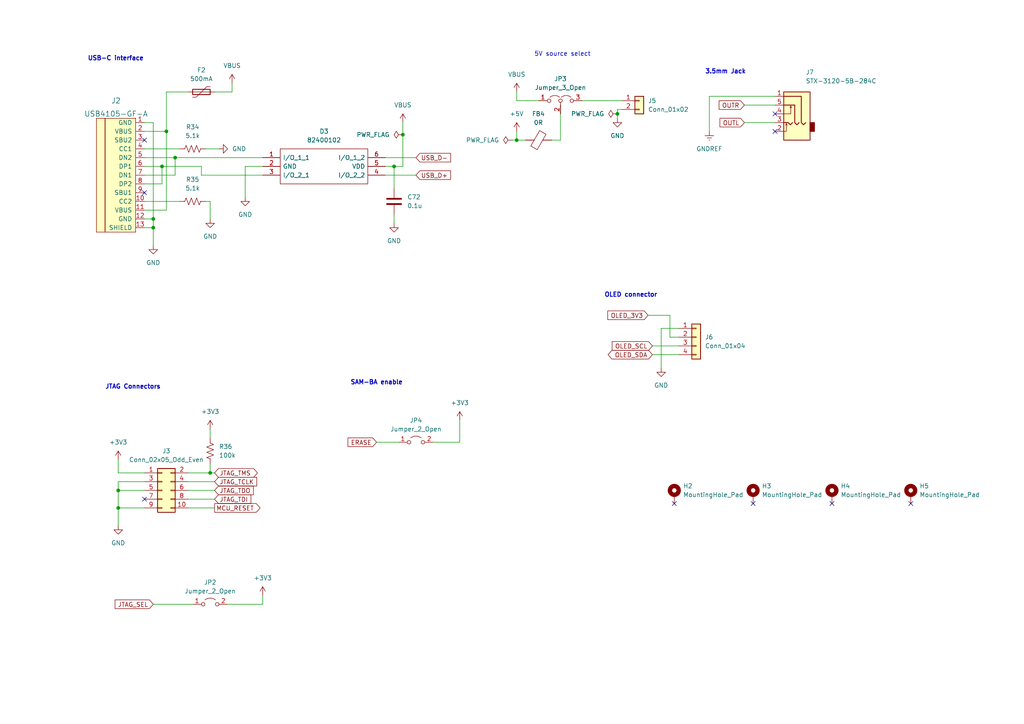
<source format=kicad_sch>
(kicad_sch (version 20211123) (generator eeschema)
  (paper "A4")
  (lib_symbols
    (symbol "Connector:AudioJack3_SwitchTR"
      (property "Reference" "J7" (at -3.81 9.5251 0))
      (property "Value" "STX-3120-5B-284C" (at -3.81 6.9851 0))
      (symbol "AudioJack3_SwitchTR_0_1"
        (rectangle (start -5.08 -5.08) (end -6.35 -7.62) (stroke (width 0.254)) (fill (type outline)))
        (polyline (pts (xy 0.508 -0.254) (xy 0.762 -0.762)))
        (polyline (pts (xy 1.778 -5.334) (xy 2.032 -5.842)))
        (polyline (pts (xy 0 -5.08) (xy 0.635 -5.715) (xy 1.27 -5.08) (xy 2.54 -5.08)) (stroke (width 0.254)))
        (polyline (pts (xy 2.54 -7.62) (xy 1.778 -7.62) (xy 1.778 -5.334) (xy 1.524 -5.842)))
        (polyline (pts (xy 2.54 -2.54) (xy 0.508 -2.54) (xy 0.508 -0.254) (xy 0.254 -0.762)))
        (polyline (pts (xy -1.905 -5.08) (xy -1.27 -5.715) (xy -0.635 -5.08) (xy -0.635 0) (xy 2.54 0)) (stroke (width 0.254)))
        (polyline (pts (xy 2.54 2.54) (xy -2.54 2.54) (xy -2.54 -5.08) (xy -3.175 -5.715) (xy -3.81 -5.08)) (stroke (width 0.254)))
        (rectangle (start 2.54 3.81) (end -5.08 -10.16) (stroke (width 0.254)) (fill (type background)))
      )
      (symbol "AudioJack3_SwitchTR_1_1"
        (pin passive line (at 5.08 2.54 180) (length 2.54) (name "~") (number "1"))
        (pin passive line (at 5.08 -7.62 180) (length 2.54) (name "~") (number "2"))
        (pin passive line (at 5.08 -5.08 180) (length 2.54) (name "~") (number "3"))
        (pin passive line (at 5.08 -2.54 180) (length 2.54) (name "~") (number "4"))
        (pin passive line (at 5.08 0 180) (length 2.54) (name "~") (number "5"))
      )
    )
    (symbol "Connector_Generic:Conn_01x02" (pin_names (offset 1.016) hide)
      (property "Reference" "J" (at 0 2.54 0))
      (property "Value" "Conn_01x02" (at 0 -5.08 0))
      (symbol "Conn_01x02_1_1"
        (rectangle (start -1.27 -2.413) (end 0 -2.667) (stroke (width 0.1524)))
        (rectangle (start -1.27 0.127) (end 0 -0.127) (stroke (width 0.1524)))
        (rectangle (start -1.27 1.27) (end 1.27 -3.81) (stroke (width 0.254)) (fill (type background)))
        (pin passive line (at -5.08 0 0) (length 3.81) (name "Pin_1") (number "1"))
        (pin passive line (at -5.08 -2.54 0) (length 3.81) (name "Pin_2") (number "2"))
      )
    )
    (symbol "Connector_Generic:Conn_01x04" (pin_names (offset 1.016) hide)
      (property "Reference" "J" (at 0 5.08 0))
      (property "Value" "Conn_01x04" (at 0 -7.62 0))
      (symbol "Conn_01x04_1_1"
        (rectangle (start -1.27 -4.953) (end 0 -5.207) (stroke (width 0.1524)))
        (rectangle (start -1.27 -2.413) (end 0 -2.667) (stroke (width 0.1524)))
        (rectangle (start -1.27 0.127) (end 0 -0.127) (stroke (width 0.1524)))
        (rectangle (start -1.27 2.667) (end 0 2.413) (stroke (width 0.1524)))
        (rectangle (start -1.27 3.81) (end 1.27 -6.35) (stroke (width 0.254)) (fill (type background)))
        (pin passive line (at -5.08 2.54 0) (length 3.81) (name "Pin_1") (number "1"))
        (pin passive line (at -5.08 0 0) (length 3.81) (name "Pin_2") (number "2"))
        (pin passive line (at -5.08 -2.54 0) (length 3.81) (name "Pin_3") (number "3"))
        (pin passive line (at -5.08 -5.08 0) (length 3.81) (name "Pin_4") (number "4"))
      )
    )
    (symbol "Connector_Generic:Conn_02x05_Odd_Even" (pin_names (offset 1.016) hide)
      (property "Reference" "J" (at 1.27 7.62 0))
      (property "Value" "Conn_02x05_Odd_Even" (at 1.27 -7.62 0))
      (symbol "Conn_02x05_Odd_Even_1_1"
        (rectangle (start -1.27 -4.953) (end 0 -5.207) (stroke (width 0.1524)))
        (rectangle (start -1.27 -2.413) (end 0 -2.667) (stroke (width 0.1524)))
        (rectangle (start -1.27 0.127) (end 0 -0.127) (stroke (width 0.1524)))
        (rectangle (start -1.27 2.667) (end 0 2.413) (stroke (width 0.1524)))
        (rectangle (start -1.27 5.207) (end 0 4.953) (stroke (width 0.1524)))
        (rectangle (start -1.27 6.35) (end 3.81 -6.35) (stroke (width 0.254)) (fill (type background)))
        (rectangle (start 3.81 -4.953) (end 2.54 -5.207) (stroke (width 0.1524)))
        (rectangle (start 3.81 -2.413) (end 2.54 -2.667) (stroke (width 0.1524)))
        (rectangle (start 3.81 0.127) (end 2.54 -0.127) (stroke (width 0.1524)))
        (rectangle (start 3.81 2.667) (end 2.54 2.413) (stroke (width 0.1524)))
        (rectangle (start 3.81 5.207) (end 2.54 4.953) (stroke (width 0.1524)))
        (pin passive line (at -5.08 5.08 0) (length 3.81) (name "Pin_1") (number "1"))
        (pin passive line (at 7.62 -5.08 180) (length 3.81) (name "Pin_10") (number "10"))
        (pin passive line (at 7.62 5.08 180) (length 3.81) (name "Pin_2") (number "2"))
        (pin passive line (at -5.08 2.54 0) (length 3.81) (name "Pin_3") (number "3"))
        (pin passive line (at 7.62 2.54 180) (length 3.81) (name "Pin_4") (number "4"))
        (pin passive line (at -5.08 0 0) (length 3.81) (name "Pin_5") (number "5"))
        (pin passive line (at 7.62 0 180) (length 3.81) (name "Pin_6") (number "6"))
        (pin passive line (at -5.08 -2.54 0) (length 3.81) (name "Pin_7") (number "7"))
        (pin passive line (at 7.62 -2.54 180) (length 3.81) (name "Pin_8") (number "8"))
        (pin passive line (at -5.08 -5.08 0) (length 3.81) (name "Pin_9") (number "9"))
      )
    )
    (symbol "Device:C" (pin_numbers hide) (pin_names (offset 0.254))
      (property "Reference" "C" (at 0.635 2.54 0))
      (property "Value" "C" (at 0.635 -2.54 0))
      (symbol "C_0_1"
        (polyline (pts (xy -2.032 -0.762) (xy 2.032 -0.762)) (stroke (width 0.508)))
        (polyline (pts (xy -2.032 0.762) (xy 2.032 0.762)) (stroke (width 0.508)))
      )
      (symbol "C_1_1"
        (pin passive line (at 0 3.81 270) (length 2.794) (name "~") (number "1"))
        (pin passive line (at 0 -3.81 90) (length 2.794) (name "~") (number "2"))
      )
    )
    (symbol "Device:FerriteBead" (pin_numbers hide) (pin_names (offset 0))
      (property "Reference" "FB" (at -3.81 0.635 90))
      (property "Value" "FerriteBead" (at 3.81 0 90))
      (symbol "FerriteBead_0_1"
        (polyline (pts (xy 0 -1.27) (xy 0 -1.2192)))
        (polyline (pts (xy 0 1.27) (xy 0 1.2954)))
        (polyline (pts (xy -2.7686 0.4064) (xy -1.7018 2.2606) (xy 2.7686 -0.3048) (xy 1.6764 -2.159) (xy -2.7686 0.4064)))
      )
      (symbol "FerriteBead_1_1"
        (pin passive line (at 0 3.81 270) (length 2.54) (name "~") (number "1"))
        (pin passive line (at 0 -3.81 90) (length 2.54) (name "~") (number "2"))
      )
    )
    (symbol "Device:Polyfuse" (pin_numbers hide) (pin_names (offset 0))
      (property "Reference" "F" (at -2.54 0 90))
      (property "Value" "Polyfuse" (at 2.54 0 90))
      (symbol "Polyfuse_0_1"
        (rectangle (start -0.762 2.54) (end 0.762 -2.54) (stroke (width 0.254)))
        (polyline (pts (xy 0 2.54) (xy 0 -2.54)))
        (polyline (pts (xy -1.524 2.54) (xy -1.524 1.524) (xy 1.524 -1.524) (xy 1.524 -2.54)))
      )
      (symbol "Polyfuse_1_1"
        (pin passive line (at 0 3.81 270) (length 1.27) (name "~") (number "1"))
        (pin passive line (at 0 -3.81 90) (length 1.27) (name "~") (number "2"))
      )
    )
    (symbol "Device:R_US" (pin_numbers hide) (pin_names (offset 0))
      (property "Reference" "R" (at 2.54 0 90))
      (property "Value" "R_US" (at -2.54 0 90))
      (symbol "R_US_0_1"
        (polyline (pts (xy 0 -2.286) (xy 0 -2.54)))
        (polyline (pts (xy 0 2.286) (xy 0 2.54)))
        (polyline (pts (xy 0 -0.762) (xy 1.016 -1.143) (xy 0 -1.524) (xy -1.016 -1.905) (xy 0 -2.286)))
        (polyline (pts (xy 0 0.762) (xy 1.016 0.381) (xy 0 0) (xy -1.016 -0.381) (xy 0 -0.762)))
        (polyline (pts (xy 0 2.286) (xy 1.016 1.905) (xy 0 1.524) (xy -1.016 1.143) (xy 0 0.762)))
      )
      (symbol "R_US_1_1"
        (pin passive line (at 0 3.81 270) (length 1.27) (name "~") (number "1"))
        (pin passive line (at 0 -3.81 90) (length 1.27) (name "~") (number "2"))
      )
    )
    (symbol "Jumper:Jumper_2_Open" (pin_names (offset 0) hide)
      (property "Reference" "JP" (at 0 2.794 0))
      (property "Value" "Jumper_2_Open" (at 0 -2.286 0))
      (symbol "Jumper_2_Open_0_0"
        (circle (center -2.032 0) (radius 0.508))
        (circle (center 2.032 0) (radius 0.508))
      )
      (symbol "Jumper_2_Open_0_1"
        (arc (start 1.524 1.27) (mid 0 1.778) (end -1.524 1.27))
      )
      (symbol "Jumper_2_Open_1_1"
        (pin passive line (at -5.08 0 0) (length 2.54) (name "A") (number "1"))
        (pin passive line (at 5.08 0 180) (length 2.54) (name "B") (number "2"))
      )
    )
    (symbol "Jumper:Jumper_3_Open" (pin_names (offset 0) hide)
      (property "Reference" "JP" (at -2.54 -2.54 0))
      (property "Value" "Jumper_3_Open" (at 0 2.794 0))
      (symbol "Jumper_3_Open_0_0"
        (circle (center -3.302 0) (radius 0.508))
        (circle (center 0 0) (radius 0.508))
        (circle (center 3.302 0) (radius 0.508))
      )
      (symbol "Jumper_3_Open_0_1"
        (arc (start -0.254 1.016) (mid -1.651 1.4992) (end -3.048 1.016))
        (polyline (pts (xy 0 -0.508) (xy 0 -1.27)))
        (arc (start 3.048 1.016) (mid 1.651 1.4992) (end 0.254 1.016))
      )
      (symbol "Jumper_3_Open_1_1"
        (pin passive line (at -6.35 0 0) (length 2.54) (name "A") (number "1"))
        (pin input line (at 0 -3.81 90) (length 2.54) (name "C") (number "2"))
        (pin passive line (at 6.35 0 180) (length 2.54) (name "B") (number "3"))
      )
    )
    (symbol "Mechanical:MountingHole_Pad" (pin_numbers hide) (pin_names (offset 1.016) hide)
      (property "Reference" "H" (at 0 6.35 0))
      (property "Value" "MountingHole_Pad" (at 0 4.445 0))
      (symbol "MountingHole_Pad_0_1"
        (circle (center 0 1.27) (radius 1.27) (stroke (width 1.27)))
      )
      (symbol "MountingHole_Pad_1_1"
        (pin input line (at 0 -2.54 90) (length 2.54) (name "1") (number "1"))
      )
    )
    (symbol "SamacSys_Parts:82400102" (pin_names (offset 0.762))
      (property "Reference" "D" (at 31.75 7.62 0))
      (property "Value" "82400102" (at 31.75 5.08 0))
      (symbol "82400102_0_0"
        (pin passive line (at 0 0 0) (length 5.08) (name "I/O_1_1") (number "1"))
        (pin passive line (at 0 -2.54 0) (length 5.08) (name "GND") (number "2"))
        (pin passive line (at 0 -5.08 0) (length 5.08) (name "I/O_2_1") (number "3"))
        (pin passive line (at 35.56 -5.08 180) (length 5.08) (name "I/O_2_2") (number "4"))
        (pin passive line (at 35.56 -2.54 180) (length 5.08) (name "VDD") (number "5"))
        (pin passive line (at 35.56 0 180) (length 5.08) (name "I/O_1_2") (number "6"))
      )
      (symbol "82400102_0_1"
        (polyline (pts (xy 5.08 2.54) (xy 30.48 2.54) (xy 30.48 -7.62) (xy 5.08 -7.62) (xy 5.08 2.54)) (stroke (width 0.1524)))
      )
    )
    (symbol "Type-C:HRO-TYPE-C-31-M-12" (pin_names (offset 1.016))
      (property "Reference" "USB" (at -5.08 16.51 0))
      (property "Value" "HRO-TYPE-C-31-M-12" (at -10.16 -1.27 90))
      (symbol "HRO-TYPE-C-31-M-12_0_1"
        (rectangle (start -11.43 15.24) (end -8.89 -17.78) (fill (type background)))
        (rectangle (start 0 -17.78) (end -8.89 15.24) (fill (type background)))
      )
      (symbol "HRO-TYPE-C-31-M-12_1_1"
        (pin input line (at 2.54 13.97 180) (length 2.54) (name "GND") (number "1"))
        (pin input line (at 2.54 -8.89 180) (length 2.54) (name "CC2") (number "10"))
        (pin input line (at 2.54 -11.43 180) (length 2.54) (name "VBUS") (number "11"))
        (pin input line (at 2.54 -13.97 180) (length 2.54) (name "GND") (number "12"))
        (pin input line (at 2.54 -16.51 180) (length 2.54) (name "SHIELD") (number "13"))
        (pin input line (at 2.54 11.43 180) (length 2.54) (name "VBUS") (number "2"))
        (pin input line (at 2.54 8.89 180) (length 2.54) (name "SBU2") (number "3"))
        (pin input line (at 2.54 6.35 180) (length 2.54) (name "CC1") (number "4"))
        (pin input line (at 2.54 3.81 180) (length 2.54) (name "DN2") (number "5"))
        (pin input line (at 2.54 1.27 180) (length 2.54) (name "DP1") (number "6"))
        (pin input line (at 2.54 -1.27 180) (length 2.54) (name "DN1") (number "7"))
        (pin input line (at 2.54 -3.81 180) (length 2.54) (name "DP2") (number "8"))
        (pin input line (at 2.54 -6.35 180) (length 2.54) (name "SBU1") (number "9"))
      )
    )
    (symbol "power:+3.3V" (power) (pin_names (offset 0))
      (property "Value" "+3.3V" (at 0 3.556 0))
      (symbol "+3.3V_0_1"
        (polyline (pts (xy -0.762 1.27) (xy 0 2.54)))
        (polyline (pts (xy 0 0) (xy 0 2.54)))
        (polyline (pts (xy 0 2.54) (xy 0.762 1.27)))
      )
      (symbol "+3.3V_1_1"
        (pin power_in line (at 0 0 90) (length 0) hide (name "+3V3") (number "1"))
      )
    )
    (symbol "power:+5V" (power) (pin_names (offset 0))
      (property "Value" "+5V" (at 0 3.556 0))
      (symbol "+5V_0_1"
        (polyline (pts (xy -0.762 1.27) (xy 0 2.54)))
        (polyline (pts (xy 0 0) (xy 0 2.54)))
        (polyline (pts (xy 0 2.54) (xy 0.762 1.27)))
      )
      (symbol "+5V_1_1"
        (pin power_in line (at 0 0 90) (length 0) hide (name "+5V") (number "1"))
      )
    )
    (symbol "power:GND" (power) (pin_names (offset 0))
      (property "Value" "GND" (at 0 -3.81 0))
      (symbol "GND_0_1"
        (polyline (pts (xy 0 0) (xy 0 -1.27) (xy 1.27 -1.27) (xy 0 -2.54) (xy -1.27 -1.27) (xy 0 -1.27)))
      )
      (symbol "GND_1_1"
        (pin power_in line (at 0 0 270) (length 0) hide (name "GND") (number "1"))
      )
    )
    (symbol "power:GNDREF" (power) (pin_names (offset 0))
      (property "Value" "GNDREF" (at 0 -3.81 0))
      (symbol "GNDREF_0_1"
        (polyline (pts (xy -0.635 -1.905) (xy 0.635 -1.905)))
        (polyline (pts (xy -0.127 -2.54) (xy 0.127 -2.54)))
        (polyline (pts (xy 0 -1.27) (xy 0 0)))
        (polyline (pts (xy 1.27 -1.27) (xy -1.27 -1.27)))
      )
      (symbol "GNDREF_1_1"
        (pin power_in line (at 0 0 270) (length 0) hide (name "GNDREF") (number "1"))
      )
    )
    (symbol "power:PWR_FLAG" (power) (pin_numbers hide) (pin_names (offset 0) hide)
      (property "Value" "PWR_FLAG" (at 0 3.81 0))
      (symbol "PWR_FLAG_0_0"
        (pin power_out line (at 0 0 90) (length 0) (name "pwr") (number "1"))
      )
      (symbol "PWR_FLAG_0_1"
        (polyline (pts (xy 0 0) (xy 0 1.27) (xy -1.016 1.905) (xy 0 2.54) (xy 1.016 1.905) (xy 0 1.27)))
      )
    )
    (symbol "power:VBUS" (power) (pin_names (offset 0))
      (property "Value" "VBUS" (at 0 3.81 0))
      (symbol "VBUS_0_1"
        (polyline (pts (xy -0.762 1.27) (xy 0 2.54)))
        (polyline (pts (xy 0 0) (xy 0 2.54)))
        (polyline (pts (xy 0 2.54) (xy 0.762 1.27)))
      )
      (symbol "VBUS_1_1"
        (pin power_in line (at 0 0 90) (length 0) hide (name "VBUS") (number "1"))
      )
    )
  )
  (junction (at 48.26 38.1))
  (junction (at 179.07 33.02))
  (junction (at 34.29 142.24))
  (junction (at 149.86 40.64))
  (junction (at 44.45 66.04))
  (junction (at 50.8 45.72))
  (junction (at 114.3 48.26))
  (junction (at 44.45 63.5))
  (junction (at 116.84 39.0696))
  (junction (at 46.99 48.26))
  (junction (at 60.96 137.16))
  (junction (at 34.29 147.32))
  (no_connect (at 41.91 144.78))
  (no_connect (at 41.91 40.64))
  (no_connect (at 218.44 146.05))
  (no_connect (at 195.58 146.05))
  (no_connect (at 264.16 146.05))
  (no_connect (at 241.3 146.05))
  (no_connect (at 224.79 33.02))
  (no_connect (at 224.79 38.1))
  (no_connect (at 41.91 55.88))
  (wire (pts (xy 125.73 128.27) (xy 133.35 128.27)))
  (wire (pts (xy 111.76 48.26) (xy 114.3 48.26)))
  (wire (pts (xy 71.12 48.26) (xy 71.12 57.15)))
  (wire (pts (xy 48.26 26.67) (xy 54.61 26.67)))
  (wire (pts (xy 46.99 53.34) (xy 46.99 48.26)))
  (wire (pts (xy 50.8 50.8) (xy 50.8 45.72)))
  (wire (pts (xy 44.45 175.26) (xy 55.88 175.26)))
  (wire (pts (xy 114.3 64.77) (xy 114.3 62.23)))
  (wire (pts (xy 205.74 27.94) (xy 224.79 27.94)))
  (wire (pts (xy 149.86 40.64) (xy 152.4 40.64)))
  (wire (pts (xy 196.85 95.25) (xy 191.77 95.25)))
  (wire (pts (xy 191.77 95.25) (xy 191.77 106.68)))
  (wire (pts (xy 54.61 137.16) (xy 60.96 137.16)))
  (wire (pts (xy 44.45 35.56) (xy 44.45 63.5)))
  (wire (pts (xy 46.99 48.26) (xy 58.42 48.26)))
  (wire (pts (xy 34.29 152.4) (xy 34.29 147.32)))
  (wire (pts (xy 41.91 53.34) (xy 46.99 53.34)))
  (wire (pts (xy 41.91 58.42) (xy 52.07 58.42)))
  (wire (pts (xy 179.07 31.75) (xy 179.07 33.02)))
  (wire (pts (xy 111.76 45.72) (xy 120.65 45.72)))
  (wire (pts (xy 148.59 40.64) (xy 149.86 40.64)))
  (wire (pts (xy 187.96 91.44) (xy 194.31 91.44)))
  (wire (pts (xy 41.91 60.96) (xy 48.26 60.96)))
  (wire (pts (xy 34.29 147.32) (xy 41.91 147.32)))
  (wire (pts (xy 54.61 144.78) (xy 62.23 144.78)))
  (wire (pts (xy 114.3 48.26) (xy 116.84 48.26)))
  (wire (pts (xy 41.91 43.18) (xy 52.07 43.18)))
  (wire (pts (xy 34.29 139.7) (xy 34.29 142.24)))
  (wire (pts (xy 41.91 142.24) (xy 34.29 142.24)))
  (wire (pts (xy 116.84 39.0696) (xy 116.84 35.56)))
  (wire (pts (xy 41.91 48.26) (xy 46.99 48.26)))
  (wire (pts (xy 59.69 58.42) (xy 60.96 58.42)))
  (wire (pts (xy 76.2 175.26) (xy 76.2 172.72)))
  (wire (pts (xy 58.42 50.8) (xy 76.2 50.8)))
  (wire (pts (xy 54.61 142.24) (xy 62.23 142.24)))
  (wire (pts (xy 189.23 102.87) (xy 196.85 102.87)))
  (wire (pts (xy 41.91 63.5) (xy 44.45 63.5)))
  (wire (pts (xy 168.91 29.21) (xy 180.34 29.21)))
  (wire (pts (xy 41.91 139.7) (xy 34.29 139.7)))
  (wire (pts (xy 54.61 147.32) (xy 62.23 147.32)))
  (wire (pts (xy 215.9 30.48) (xy 224.79 30.48)))
  (wire (pts (xy 194.31 91.44) (xy 194.31 97.79)))
  (wire (pts (xy 34.29 133.35) (xy 34.29 137.16)))
  (wire (pts (xy 54.61 139.7) (xy 62.23 139.7)))
  (wire (pts (xy 149.86 29.21) (xy 156.21 29.21)))
  (wire (pts (xy 116.84 48.26) (xy 116.84 39.0696)))
  (wire (pts (xy 59.69 43.18) (xy 63.5 43.18)))
  (wire (pts (xy 41.91 50.8) (xy 50.8 50.8)))
  (wire (pts (xy 109.22 128.27) (xy 115.57 128.27)))
  (wire (pts (xy 189.23 100.33) (xy 196.85 100.33)))
  (wire (pts (xy 41.91 38.1) (xy 48.26 38.1)))
  (wire (pts (xy 205.74 38.1) (xy 205.74 27.94)))
  (wire (pts (xy 76.2 48.26) (xy 71.12 48.26)))
  (wire (pts (xy 133.35 128.27) (xy 133.35 121.92)))
  (wire (pts (xy 62.23 26.67) (xy 67.31 26.67)))
  (wire (pts (xy 34.29 142.24) (xy 34.29 147.32)))
  (wire (pts (xy 48.26 38.1) (xy 48.26 26.67)))
  (wire (pts (xy 111.76 50.8) (xy 120.65 50.8)))
  (wire (pts (xy 44.45 63.5) (xy 44.45 66.04)))
  (wire (pts (xy 114.3 48.26) (xy 114.3 54.61)))
  (wire (pts (xy 41.91 35.56) (xy 44.45 35.56)))
  (wire (pts (xy 66.04 175.26) (xy 76.2 175.26)))
  (wire (pts (xy 215.9 35.56) (xy 224.79 35.56)))
  (wire (pts (xy 194.31 97.79) (xy 196.85 97.79)))
  (wire (pts (xy 179.07 33.02) (xy 179.07 34.29)))
  (wire (pts (xy 58.42 48.26) (xy 58.42 50.8)))
  (wire (pts (xy 60.96 58.42) (xy 60.96 63.5)))
  (wire (pts (xy 41.91 66.04) (xy 44.45 66.04)))
  (wire (pts (xy 48.26 60.96) (xy 48.26 38.1)))
  (wire (pts (xy 160.02 40.64) (xy 162.56 40.64)))
  (wire (pts (xy 60.96 134.62) (xy 60.96 137.16)))
  (wire (pts (xy 149.86 38.1) (xy 149.86 40.64)))
  (wire (pts (xy 162.56 40.64) (xy 162.56 33.02)))
  (wire (pts (xy 60.96 137.16) (xy 62.23 137.16)))
  (wire (pts (xy 149.86 26.67) (xy 149.86 29.21)))
  (wire (pts (xy 60.96 124.46) (xy 60.96 127)))
  (wire (pts (xy 44.45 66.04) (xy 44.45 71.12)))
  (wire (pts (xy 180.34 31.75) (xy 179.07 31.75)))
  (wire (pts (xy 50.8 45.72) (xy 76.2 45.72)))
  (wire (pts (xy 34.29 137.16) (xy 41.91 137.16)))
  (wire (pts (xy 41.91 45.72) (xy 50.8 45.72)))
  (wire (pts (xy 67.31 26.67) (xy 67.31 24.13)))
  (text "OLED connector" (at 175.26 86.36 0) (effects (font (size 1.27 1.27) (thickness 0.254) bold) (justify left bottom)))
  (text "SAM-BA enable" (at 101.6 111.76 0) (effects (font (size 1.27 1.27) (thickness 0.254) bold) (justify left bottom)))
  (text "JTAG Connectors" (at 30.48 113.03 0) (effects (font (size 1.27 1.27) (thickness 0.254) bold) (justify left bottom)))
  (text "USB-C interface" (at 25.4 17.78 0) (effects (font (size 1.27 1.27) (thickness 0.254) bold) (justify left bottom)))
  (text "5V source select" (at 154.94 16.51 0) (effects (font (size 1.27 1.27)) (justify left bottom)))
  (text "3.5mm Jack" (at 204.47 21.59 0) (effects (font (size 1.27 1.27) (thickness 0.254) bold) (justify left bottom)))
  (global_label "OLED_3V3" (shape input) (at 187.96 91.44 180) (property "Intersheet References" "${INTERSHEET_REFS}" (effects hide)))
  (global_label "MCU_RESET" (shape output) (at 62.23 147.32 0) (property "Intersheet References" "${INTERSHEET_REFS}" (effects hide)))
  (global_label "OUTL" (shape input) (at 215.9 35.56 180) (property "Intersheet References" "${INTERSHEET_REFS}" (effects hide)))
  (global_label "USB_D+" (shape input) (at 120.65 50.8 0) (property "Intersheet References" "${INTERSHEET_REFS}" (effects hide)))
  (global_label "JTAG_TCLK" (shape input) (at 62.23 139.7 0) (property "Intersheet References" "${INTERSHEET_REFS}" (effects hide)))
  (global_label "JTAG_TDO" (shape input) (at 62.23 142.24 0) (property "Intersheet References" "${INTERSHEET_REFS}" (effects hide)))
  (global_label "JTAG_TMS" (shape bidirectional) (at 62.23 137.16 0) (property "Intersheet References" "${INTERSHEET_REFS}" (effects hide)))
  (global_label "USB_D-" (shape input) (at 120.65 45.72 0) (property "Intersheet References" "${INTERSHEET_REFS}" (effects hide)))
  (global_label "OLED_SCL" (shape input) (at 189.23 100.33 180) (property "Intersheet References" "${INTERSHEET_REFS}" (effects hide)))
  (global_label "JTAG_SEL" (shape input) (at 44.45 175.26 180) (property "Intersheet References" "${INTERSHEET_REFS}" (effects hide)))
  (global_label "OLED_SDA" (shape bidirectional) (at 189.23 102.87 180) (property "Intersheet References" "${INTERSHEET_REFS}" (effects hide)))
  (global_label "OUTR" (shape input) (at 215.9 30.48 180) (property "Intersheet References" "${INTERSHEET_REFS}" (effects hide)))
  (global_label "ERASE" (shape input) (at 109.22 128.27 180) (property "Intersheet References" "${INTERSHEET_REFS}" (effects hide)))
  (global_label "JTAG_TDI" (shape input) (at 62.23 144.78 0) (property "Intersheet References" "${INTERSHEET_REFS}" (effects hide)))
  (symbol (lib_id "power:+3.3V") (at 133.35 121.92 0) (unit 1)
    (property "Reference" "#PWR06" (effects hide))
    (property "Value" "+3.3V" (at 133.35 116.84 0))
  )
  (symbol (lib_id "Device:R_US") (at 55.88 43.18 90) (unit 1)
    (property "Reference" "R34" (at 55.88 36.83 90))
    (property "Value" "5.1k" (at 55.88 39.37 90))
    (property "Footprint" "Resistor_SMD:R_0805_2012Metric_Pad1.20x1.40mm_HandSolder" (effects hide))
    (property "Part Number" "ERJ-6RBD5101V" (effects hide))
    (property "Mouser Part Number" "667-ERJ-6RBD5101V" (effects hide))
  )
  (symbol (lib_id "power:PWR_FLAG") (at 148.59 40.64 90) (unit 1)
    (property "Reference" "#FLG0102" (effects hide))
    (property "Value" "PWR_FLAG" (at 144.78 40.6399 90) (effects (justify left)))
  )
  (symbol (lib_id "Connector_Generic:Conn_02x05_Odd_Even") (at 46.99 142.24 0) (unit 1)
    (property "Reference" "J3" (at 48.26 130.81 0))
    (property "Value" "Conn_02x05_Odd_Even" (at 48.26 133.35 0))
    (property "Footprint" "Connector_PinHeader_2.54mm:PinHeader_2x05_P2.54mm_Vertical" (effects hide))
  )
  (symbol (lib_id "Device:Polyfuse") (at 58.42 26.67 90) (unit 1)
    (property "Reference" "F2" (at 58.42 20.32 90))
    (property "Value" "500mA" (at 58.42 22.86 90))
    (property "Footprint" "Fuse:Fuse_1206_3216Metric" (effects hide))
    (property "Part Number" "1206L050/15YR" (effects hide))
    (property "Mouser Part Number" "576-1206L050/15YR" (effects hide))
  )
  (symbol (lib_id "Jumper:Jumper_2_Open") (at 60.96 175.26 0) (unit 1)
    (property "Reference" "JP2" (at 60.96 168.91 0))
    (property "Value" "Jumper_2_Open" (at 60.96 171.45 0))
    (property "Footprint" "Connector_PinHeader_2.54mm:PinHeader_1x02_P2.54mm_Vertical" (effects hide))
  )
  (symbol (lib_id "power:PWR_FLAG") (at 179.07 33.02 90) (unit 1)
    (property "Reference" "#FLG0101" (effects hide))
    (property "Value" "PWR_FLAG" (at 175.26 33.0199 90) (effects (justify left)))
  )
  (symbol (lib_id "power:GND") (at 191.77 106.68 0) (unit 1)
    (property "Reference" "#PWR0185" (effects hide))
    (property "Value" "GND" (at 191.77 111.76 0))
  )
  (symbol (lib_id "Mechanical:MountingHole_Pad") (at 218.44 143.51 0) (unit 1)
    (property "Reference" "H3" (at 220.98 140.9699 0) (effects (justify left)))
    (property "Value" "MountingHole_Pad" (at 220.98 143.5099 0) (effects (justify left)))
    (property "Footprint" "MountingHole:MountingHole_2.2mm_M2_DIN965_Pad_TopBottom" (effects hide))
  )
  (symbol (lib_id "Type-C:HRO-TYPE-C-31-M-12") (at 39.37 49.53 0) (unit 1)
    (property "Reference" "J2" (at 33.655 29.21 0) (effects (font (size 1.524 1.524))))
    (property "Value" "USB4105-GF-A" (at 33.655 33.02 0) (effects (font (size 1.524 1.524))))
    (property "Footprint" "Type-C:HRO-TYPE-C-31-M-12-HandSoldering" (effects hide))
    (property "Part Number" "USB4105-GF-A" (effects hide))
    (property "Mouser Part Number" "640-USB4105-GF-A" (effects hide))
  )
  (symbol (lib_id "power:GND") (at 114.3 64.77 0) (unit 1)
    (property "Reference" "#PWR0195" (effects hide))
    (property "Value" "GND" (at 114.3 69.85 0))
  )
  (symbol (lib_id "Device:R_US") (at 60.96 130.81 180) (unit 1)
    (property "Reference" "R36" (at 63.5 129.5399 0) (effects (justify right)))
    (property "Value" "100k" (at 63.5 132.0799 0) (effects (justify right)))
    (property "Footprint" "Resistor_SMD:R_0805_2012Metric_Pad1.20x1.40mm_HandSolder" (effects hide))
    (property "Part Number" "RCV0805100KJNEA" (effects hide))
    (property "Mouser Part Number" "71-RCV0805100KJNEA" (effects hide))
  )
  (symbol (lib_id "power:GND") (at 71.12 57.15 0) (unit 1)
    (property "Reference" "#PWR0190" (effects hide))
    (property "Value" "GND" (at 71.12 62.23 0))
  )
  (symbol (lib_id "power:+3.3V") (at 76.2 172.72 0) (unit 1)
    (property "Reference" "#PWR0199" (effects hide))
    (property "Value" "+3.3V" (at 76.2 167.64 0))
  )
  (symbol (lib_id "SamacSys_Parts:82400102") (at 76.2 45.72 0) (unit 1)
    (property "Reference" "D3" (at 93.98 38.1 0))
    (property "Value" "82400102" (at 93.98 40.64 0))
    (property "Footprint" "SamacSys_Parts:SOT95P280X145-6N" (effects hide))
    (property "Datasheet" "http://katalog.we-online.de/pbs/datasheet/82400102.pdf" (effects hide))
    (property "Description" "TVS Diode Array WE-TVS 2-Ch+VDD 5V SOT23 Wurth Elektronik 82400102, Uni-Directional TVS Diode Array Array, 7.7V, 6-Pin SOT-23" (effects hide))
    (property "Height" "1.45" (effects hide))
    (property "Manufacturer_Name" "Wurth Elektronik" (effects hide))
    (property "Manufacturer_Part_Number" "82400102" (effects hide))
    (property "Mouser Part Number" "710-82400102" (effects hide))
    (property "Mouser Price/Stock" "https://www.mouser.co.uk/ProductDetail/Wurth-Elektronik/82400102?qs=Wn16VcyqZWq4x2NXBP4V%252Bw%3D%3D" (effects hide))
  )
  (symbol (lib_id "power:+3.3V") (at 60.96 124.46 0) (unit 1)
    (property "Reference" "#PWR0196" (effects hide))
    (property "Value" "+3.3V" (at 60.96 119.38 0))
  )
  (symbol (lib_id "Jumper:Jumper_3_Open") (at 162.56 29.21 0) (unit 1)
    (property "Reference" "JP3" (at 162.56 22.86 0))
    (property "Value" "Jumper_3_Open" (at 162.56 25.4 0))
    (property "Footprint" "Connector_PinHeader_2.54mm:PinHeader_1x03_P2.54mm_Vertical" (effects hide))
  )
  (symbol (lib_id "power:VBUS") (at 67.31 24.13 0) (unit 1)
    (property "Reference" "#PWR0192" (effects hide))
    (property "Value" "VBUS" (at 67.31 19.05 0))
  )
  (symbol (lib_id "power:GND") (at 179.07 34.29 0) (unit 1)
    (property "Reference" "#PWR0189" (effects hide))
    (property "Value" "GND" (at 179.07 39.37 0))
  )
  (symbol (lib_id "Device:R_US") (at 55.88 58.42 90) (unit 1)
    (property "Reference" "R35" (at 55.88 52.07 90))
    (property "Value" "5.1k" (at 55.88 54.61 90))
    (property "Footprint" "Resistor_SMD:R_0805_2012Metric_Pad1.20x1.40mm_HandSolder" (effects hide))
    (property "Part Number" "ERJ-6RBD5101V" (effects hide))
    (property "Mouser Part Number" "667-ERJ-6RBD5101V" (effects hide))
  )
  (symbol (lib_id "Connector_Generic:Conn_01x02") (at 185.42 29.21 0) (unit 1)
    (property "Reference" "J5" (at 187.96 29.2099 0) (effects (justify left)))
    (property "Value" "Conn_01x02" (at 187.96 31.7499 0) (effects (justify left)))
    (property "Footprint" "Connector_PinHeader_2.54mm:PinHeader_1x02_P2.54mm_Vertical" (effects hide))
  )
  (symbol (lib_id "power:PWR_FLAG") (at 116.84 39.0696 90) (unit 1)
    (property "Reference" "#FLG04" (effects hide))
    (property "Value" "PWR_FLAG" (at 113.03 39.0695 90) (effects (justify left)))
  )
  (symbol (lib_id "Connector:AudioJack3_SwitchTR") (at 229.87 30.48 0) (mirror y) (unit 1)
    (property "Reference" "J7" (at 233.68 20.9549 0) (effects (justify right)))
    (property "Value" "STX-3120-5B-284C" (at 233.68 23.4949 0) (effects (justify right)))
    (property "Footprint" "SamacSys_Parts:STX31205B284C" (effects hide))
    (property "Part Number" "STX-3120-5B-284C" (effects hide))
    (property "Mouser Part Number" "806-STX-31205B284C" (effects hide))
  )
  (symbol (lib_id "power:VBUS") (at 149.86 26.67 0) (unit 1)
    (property "Reference" "#PWR0188" (effects hide))
    (property "Value" "VBUS" (at 149.86 21.59 0))
  )
  (symbol (lib_id "Mechanical:MountingHole_Pad") (at 241.3 143.51 0) (unit 1)
    (property "Reference" "H4" (at 243.84 140.9699 0) (effects (justify left)))
    (property "Value" "MountingHole_Pad" (at 243.84 143.5099 0) (effects (justify left)))
    (property "Footprint" "MountingHole:MountingHole_2.2mm_M2_DIN965_Pad_TopBottom" (effects hide))
  )
  (symbol (lib_id "Connector_Generic:Conn_01x04") (at 201.93 97.79 0) (unit 1)
    (property "Reference" "J6" (at 204.47 97.7899 0) (effects (justify left)))
    (property "Value" "Conn_01x04" (at 204.47 100.3299 0) (effects (justify left)))
    (property "Footprint" "Connector_PinHeader_2.54mm:PinHeader_1x04_P2.54mm_Vertical" (effects hide))
  )
  (symbol (lib_id "Mechanical:MountingHole_Pad") (at 195.58 143.51 0) (unit 1)
    (property "Reference" "H2" (at 198.12 140.9699 0) (effects (justify left)))
    (property "Value" "MountingHole_Pad" (at 198.12 143.5099 0) (effects (justify left)))
    (property "Footprint" "MountingHole:MountingHole_2.2mm_M2_DIN965_Pad_TopBottom" (effects hide))
  )
  (symbol (lib_id "power:GND") (at 60.96 63.5 0) (unit 1)
    (property "Reference" "#PWR0193" (effects hide))
    (property "Value" "GND" (at 60.96 68.58 0))
  )
  (symbol (lib_id "power:GND") (at 63.5 43.18 90) (unit 1)
    (property "Reference" "#PWR0191" (effects hide))
    (property "Value" "GND" (at 67.31 43.1799 90) (effects (justify right)))
  )
  (symbol (lib_id "power:GND") (at 34.29 152.4 0) (unit 1)
    (property "Reference" "#PWR0198" (effects hide))
    (property "Value" "GND" (at 34.29 157.48 0))
  )
  (symbol (lib_id "Device:C") (at 114.3 58.42 0) (unit 1)
    (property "Reference" "C72" (at 118.11 57.1499 0) (effects (justify left)))
    (property "Value" "0.1u" (at 118.11 59.6899 0) (effects (justify left)))
    (property "Footprint" "Capacitor_SMD:C_0805_2012Metric_Pad1.18x1.45mm_HandSolder" (effects hide))
    (property "Part Number" "CL21B104KBCNFNC" (effects hide))
    (property "Mouser Part Number" "187-CL21B104KBCNFNC" (effects hide))
  )
  (symbol (lib_id "Jumper:Jumper_2_Open") (at 120.65 128.27 0) (unit 1)
    (property "Reference" "JP4" (at 120.65 121.92 0))
    (property "Value" "Jumper_2_Open" (at 120.65 124.46 0))
    (property "Footprint" "Connector_PinHeader_2.54mm:PinHeader_1x02_P2.54mm_Vertical" (effects hide))
  )
  (symbol (lib_id "power:+5V") (at 149.86 38.1 0) (unit 1)
    (property "Reference" "#PWR0183" (effects hide))
    (property "Value" "+5V" (at 149.86 33.02 0))
  )
  (symbol (lib_id "power:GNDREF") (at 205.74 38.1 0) (unit 1)
    (property "Reference" "#PWR0184" (effects hide))
    (property "Value" "GNDREF" (at 205.74 43.18 0))
  )
  (symbol (lib_id "Mechanical:MountingHole_Pad") (at 264.16 143.51 0) (unit 1)
    (property "Reference" "H5" (at 266.7 140.9699 0) (effects (justify left)))
    (property "Value" "MountingHole_Pad" (at 266.7 143.5099 0) (effects (justify left)))
    (property "Footprint" "MountingHole:MountingHole_2.2mm_M2_DIN965_Pad_TopBottom" (effects hide))
  )
  (symbol (lib_id "power:+3.3V") (at 34.29 133.35 0) (unit 1)
    (property "Reference" "#PWR0197" (effects hide))
    (property "Value" "+3.3V" (at 34.29 128.27 0))
  )
  (symbol (lib_id "Device:FerriteBead") (at 156.21 40.64 90) (unit 1)
    (property "Reference" "FB4" (at 156.1592 33.02 90))
    (property "Value" "0R" (at 156.1592 35.56 90))
    (property "Footprint" "SamacSys_Parts:BEADC2012X110N" (effects hide))
    (property "Part Number" "MFBW1V2012-000-R" (effects hide))
    (property "Mouser Part Number" "704-MFBW1V2012-000-R" (effects hide))
  )
  (symbol (lib_id "power:VBUS") (at 116.84 35.56 0) (unit 1)
    (property "Reference" "#PWR0187" (effects hide))
    (property "Value" "VBUS" (at 116.84 30.48 0))
  )
  (symbol (lib_id "power:GND") (at 44.45 71.12 0) (unit 1)
    (property "Reference" "#PWR0194" (effects hide))
    (property "Value" "GND" (at 44.45 76.2 0))
  )
)
</source>
